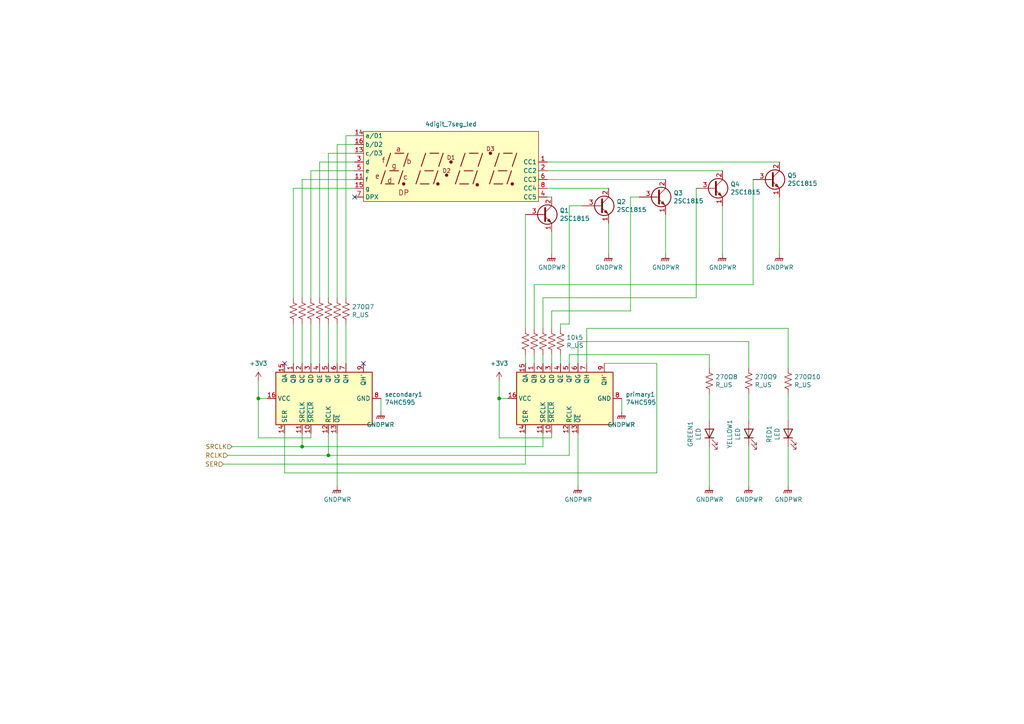
<source format=kicad_sch>
(kicad_sch (version 20231120) (generator "eeschema") (generator_version "8.0")
  (paper "A4")
  (lib_symbols
    (symbol "74xx:74HC595"
      (property "Reference" "U" (at -7.62 13.97 0))
      (property "Value" "74HC595" (at -7.62 -16.51 0))
      (symbol "74HC595_1_0"
        (pin tri_state line (at 10.16 7.62 180) (length 2.54) (name "QB") (number "1"))
        (pin input line (at -10.16 2.54 0) (length 2.54) (name "~{SRCLR}") (number "10"))
        (pin input line (at -10.16 5.08 0) (length 2.54) (name "SRCLK") (number "11"))
        (pin input line (at -10.16 -2.54 0) (length 2.54) (name "RCLK") (number "12"))
        (pin input line (at -10.16 -5.08 0) (length 2.54) (name "~{OE}") (number "13"))
        (pin input line (at -10.16 10.16 0) (length 2.54) (name "SER") (number "14"))
        (pin tri_state line (at 10.16 10.16 180) (length 2.54) (name "QA") (number "15"))
        (pin power_in line (at 0 15.24 270) (length 2.54) (name "VCC") (number "16"))
        (pin tri_state line (at 10.16 5.08 180) (length 2.54) (name "QC") (number "2"))
        (pin tri_state line (at 10.16 2.54 180) (length 2.54) (name "QD") (number "3"))
        (pin tri_state line (at 10.16 0 180) (length 2.54) (name "QE") (number "4"))
        (pin tri_state line (at 10.16 -2.54 180) (length 2.54) (name "QF") (number "5"))
        (pin tri_state line (at 10.16 -5.08 180) (length 2.54) (name "QG") (number "6"))
        (pin tri_state line (at 10.16 -7.62 180) (length 2.54) (name "QH") (number "7"))
        (pin power_in line (at 0 -17.78 90) (length 2.54) (name "GND") (number "8"))
        (pin output line (at 10.16 -12.7 180) (length 2.54) (name "QH'") (number "9"))
      )
      (symbol "74HC595_1_1"
        (rectangle (start -7.62 12.7) (end 7.62 -15.24) (stroke (width 0.254)) (fill (type background)))
      )
    )
    (symbol "Device:LED" (pin_numbers hide) (pin_names (offset 1.016) hide)
      (property "Reference" "D" (at 0 2.54 0))
      (property "Value" "LED" (at 0 -2.54 0))
      (symbol "LED_0_1"
        (polyline (pts (xy -1.27 -1.27) (xy -1.27 1.27)) (stroke (width 0.254)))
        (polyline (pts (xy -1.27 0) (xy 1.27 0)))
        (polyline (pts (xy 1.27 -1.27) (xy 1.27 1.27) (xy -1.27 0) (xy 1.27 -1.27)) (stroke (width 0.254)))
        (polyline (pts (xy -3.048 -0.762) (xy -4.572 -2.286) (xy -3.81 -2.286) (xy -4.572 -2.286) (xy -4.572 -1.524)))
        (polyline (pts (xy -1.778 -0.762) (xy -3.302 -2.286) (xy -2.54 -2.286) (xy -3.302 -2.286) (xy -3.302 -1.524)))
      )
      (symbol "LED_1_1"
        (pin passive line (at -3.81 0 0) (length 2.54) (name "K") (number "1"))
        (pin passive line (at 3.81 0 180) (length 2.54) (name "A") (number "2"))
      )
    )
    (symbol "Device:R_US" (pin_numbers hide) (pin_names (offset 0))
      (property "Reference" "R" (at 2.54 0 90))
      (property "Value" "R_US" (at -2.54 0 90))
      (symbol "R_US_0_1"
        (polyline (pts (xy 0 -2.286) (xy 0 -2.54)))
        (polyline (pts (xy 0 2.286) (xy 0 2.54)))
        (polyline (pts (xy 0 -0.762) (xy 1.016 -1.143) (xy 0 -1.524) (xy -1.016 -1.905) (xy 0 -2.286)))
        (polyline (pts (xy 0 0.762) (xy 1.016 0.381) (xy 0 0) (xy -1.016 -0.381) (xy 0 -0.762)))
        (polyline (pts (xy 0 2.286) (xy 1.016 1.905) (xy 0 1.524) (xy -1.016 1.143) (xy 0 0.762)))
      )
      (symbol "R_US_1_1"
        (pin passive line (at 0 3.81 270) (length 1.27) (name "~") (number "1"))
        (pin passive line (at 0 -3.81 90) (length 1.27) (name "~") (number "2"))
      )
    )
    (symbol "Transistor_BJT:2SC1815" (pin_names (offset 0) hide)
      (property "Reference" "Q" (at 5.08 1.905 0))
      (property "Value" "2SC1815" (at 5.08 0 0))
      (symbol "2SC1815_0_1"
        (polyline (pts (xy 0 0) (xy 0.508 0)))
        (polyline (pts (xy 0.635 0.635) (xy 2.54 2.54)))
        (polyline (pts (xy 0.635 -0.635) (xy 2.54 -2.54) (xy 2.54 -2.54)))
        (polyline (pts (xy 0.635 1.905) (xy 0.635 -1.905) (xy 0.635 -1.905)) (stroke (width 0.508)))
        (polyline (pts (xy 1.27 -1.778) (xy 1.778 -1.27) (xy 2.286 -2.286) (xy 1.27 -1.778) (xy 1.27 -1.778)) (fill (type outline)))
        (circle (center 1.27 0) (radius 2.8194) (stroke (width 0.254)))
      )
      (symbol "2SC1815_1_1"
        (pin passive line (at 2.54 -5.08 90) (length 2.54) (name "E") (number "1"))
        (pin passive line (at 2.54 5.08 270) (length 2.54) (name "C") (number "2"))
        (pin input line (at -5.08 0 0) (length 5.08) (name "B") (number "3"))
      )
    )
    (symbol "control-rescue:+3.3V-power" (power) (pin_names (offset 0))
      (property "Value" "+3.3V-power" (at 0 3.556 0))
      (symbol "+3.3V-power_0_1"
        (polyline (pts (xy -0.762 1.27) (xy 0 2.54)))
        (polyline (pts (xy 0 0) (xy 0 2.54)))
        (polyline (pts (xy 0 2.54) (xy 0.762 1.27)))
      )
      (symbol "+3.3V-power_1_1"
        (pin power_in line (at 0 0 90) (length 0) hide (name "+3V3") (number "1"))
      )
    )
    (symbol "control-rescue:4digit_7seg_led-Display_Character"
      (property "Reference" "U" (at -24.13 12.7 0))
      (property "Value" "Display_Character_4digit_7seg_led" (at 17.78 12.7 0))
      (symbol "4digit_7seg_led-Display_Character_0_0"
        (polyline (pts (xy -20.32 -3.81) (xy -19.05 0)) (stroke (width 0.254)))
        (polyline (pts (xy -19.05 -3.81) (xy -16.51 -3.81)) (stroke (width 0.254)))
        (polyline (pts (xy -18.796 1.27) (xy -17.526 5.08)) (stroke (width 0.254)))
        (polyline (pts (xy -17.78 0) (xy -15.24 0)) (stroke (width 0.254)))
        (polyline (pts (xy -16.256 5.08) (xy -13.716 5.08)) (stroke (width 0.254)))
        (polyline (pts (xy -15.24 -3.81) (xy -13.97 0)) (stroke (width 0.254)))
        (polyline (pts (xy -13.716 1.27) (xy -12.446 5.08)) (stroke (width 0.254)))
        (polyline (pts (xy -10.16 -3.81) (xy -8.89 0)) (stroke (width 0.254)))
        (polyline (pts (xy -8.89 -3.81) (xy -6.35 -3.81)) (stroke (width 0.254)))
        (polyline (pts (xy -8.636 1.27) (xy -7.366 5.08)) (stroke (width 0.254)))
        (polyline (pts (xy -7.62 0) (xy -5.08 0)) (stroke (width 0.254)))
        (polyline (pts (xy -6.096 5.08) (xy -3.556 5.08)) (stroke (width 0.254)))
        (polyline (pts (xy -5.08 -3.81) (xy -3.81 0)) (stroke (width 0.254)))
        (polyline (pts (xy -3.556 1.27) (xy -2.286 5.08)) (stroke (width 0.254)))
        (polyline (pts (xy 1.27 -3.81) (xy 2.54 0)) (stroke (width 0.254)))
        (polyline (pts (xy 2.54 -3.81) (xy 5.08 -3.81)) (stroke (width 0.254)))
        (polyline (pts (xy 2.794 1.27) (xy 4.064 5.08)) (stroke (width 0.254)))
        (polyline (pts (xy 3.81 0) (xy 6.35 0)) (stroke (width 0.254)))
        (polyline (pts (xy 5.334 5.08) (xy 7.874 5.08)) (stroke (width 0.254)))
        (polyline (pts (xy 6.35 -3.81) (xy 7.62 0)) (stroke (width 0.254)))
        (polyline (pts (xy 7.874 1.27) (xy 9.144 5.08)) (stroke (width 0.254)))
        (polyline (pts (xy 11.176 -3.81) (xy 12.446 0)) (stroke (width 0.254)))
        (polyline (pts (xy 12.446 -3.81) (xy 14.986 -3.81)) (stroke (width 0.254)))
        (polyline (pts (xy 12.7 1.27) (xy 13.97 5.08)) (stroke (width 0.254)))
        (polyline (pts (xy 13.716 0) (xy 16.256 0)) (stroke (width 0.254)))
        (polyline (pts (xy 15.24 5.08) (xy 17.78 5.08)) (stroke (width 0.254)))
        (polyline (pts (xy 16.256 -3.81) (xy 17.526 0)) (stroke (width 0.254)))
        (polyline (pts (xy 17.78 1.27) (xy 19.05 5.08)) (stroke (width 0.254)))
        (text "a" (at -15.24 6.35 0) (effects (font (size 1.524 1.524))))
        (text "b" (at -12.192 2.794 0) (effects (font (size 1.524 1.524))))
        (text "c" (at -13.208 -1.778 0) (effects (font (size 1.524 1.524))))
        (text "d" (at -17.78 -2.794 0) (effects (font (size 1.524 1.524))))
        (text "D1" (at 0 3.81 0) (effects (font (size 1.1938 1.1938))))
        (text "D2" (at -1.27 0 0) (effects (font (size 1.1938 1.1938))))
        (text "DP" (at -13.716 -6.35 0) (effects (font (size 1.524 1.524))))
        (text "e" (at -21.336 -1.524 0) (effects (font (size 1.524 1.524))))
        (text "f" (at -19.558 3.048 0) (effects (font (size 1.524 1.524))))
        (text "g" (at -16.51 1.524 0) (effects (font (size 1.524 1.524))))
      )
      (symbol "4digit_7seg_led-Display_Character_0_1"
        (circle (center -13.716 -3.81) (radius 0.3556) (stroke (width 0.254)) (fill (type outline)))
        (circle (center -3.81 -3.81) (radius 0.3556) (stroke (width 0.254)) (fill (type outline)))
      )
      (symbol "4digit_7seg_led-Display_Character_1_0"
        (circle (center 7.62 -4.064) (radius 0.3556) (stroke (width 0.254)) (fill (type outline)))
        (circle (center 17.78 -3.81) (radius 0.3556) (stroke (width 0.254)) (fill (type outline)))
      )
      (symbol "4digit_7seg_led-Display_Character_1_1"
        (rectangle (start -25.4 11.43) (end 25.4 -8.89) (fill (type background)))
        (circle (center -1.27 -1.27) (radius 0.3556) (stroke (width 0.254)) (fill (type outline)))
        (circle (center 0 2.54) (radius 0.3556) (stroke (width 0.254)) (fill (type outline)))
        (circle (center 11.43 5.08) (radius 0.3556) (stroke (width 0.254)) (fill (type outline)))
        (text "D3" (at 11.43 6.35 0) (effects (font (size 1.1938 1.1938))))
        (pin input line (at 27.94 2.54 180) (length 2.54) (name "CC1") (number "1"))
        (pin input line (at -27.94 -2.54 0) (length 2.54) (name "f") (number "11"))
        (pin input line (at -27.94 5.08 0) (length 2.54) (name "c/D3") (number "13"))
        (pin input line (at -27.94 10.16 0) (length 2.54) (name "a/D1") (number "14"))
        (pin input line (at -27.94 -5.08 0) (length 2.54) (name "g") (number "15"))
        (pin input line (at -27.94 7.62 0) (length 2.54) (name "b/D2") (number "16"))
        (pin input line (at 27.94 0 180) (length 2.54) (name "CC2") (number "2"))
        (pin input line (at -27.94 2.54 0) (length 2.54) (name "d") (number "3"))
        (pin input line (at 27.94 -7.62 180) (length 2.54) (name "CC5") (number "4"))
        (pin input line (at -27.94 0 0) (length 2.54) (name "e") (number "5"))
        (pin input line (at 27.94 -2.54 180) (length 2.54) (name "CC3") (number "6"))
        (pin input line (at -27.94 -7.62 0) (length 2.54) (name "DPX") (number "7"))
        (pin input line (at 27.94 -5.08 180) (length 2.54) (name "CC4") (number "8"))
      )
    )
    (symbol "power:GNDPWR" (power) (pin_names (offset 0))
      (property "Value" "GNDPWR" (at 0 -3.302 0))
      (symbol "GNDPWR_0_1"
        (polyline (pts (xy 0 -1.27) (xy 0 0)))
        (polyline (pts (xy -1.016 -1.27) (xy -1.27 -2.032) (xy -1.27 -2.032)) (stroke (width 0.2032)))
        (polyline (pts (xy -0.508 -1.27) (xy -0.762 -2.032) (xy -0.762 -2.032)) (stroke (width 0.2032)))
        (polyline (pts (xy 0 -1.27) (xy -0.254 -2.032) (xy -0.254 -2.032)) (stroke (width 0.2032)))
        (polyline (pts (xy 0.508 -1.27) (xy 0.254 -2.032) (xy 0.254 -2.032)) (stroke (width 0.2032)))
        (polyline (pts (xy 1.016 -1.27) (xy -1.016 -1.27) (xy -1.016 -1.27)) (stroke (width 0.2032)))
        (polyline (pts (xy 1.016 -1.27) (xy 0.762 -2.032) (xy 0.762 -2.032) (xy 0.762 -2.032)) (stroke (width 0.2032)))
      )
      (symbol "GNDPWR_1_1"
        (pin power_in line (at 0 0 270) (length 0) hide (name "GNDPWR") (number "1"))
      )
    )
  )
  (junction (at 144.78 115.57))
  (junction (at 95.25 132.08))
  (junction (at 87.63 129.54))
  (junction (at 74.93 115.57))
  (no_connect (at 105.41 105.41))
  (no_connect (at 82.55 105.41))
  (no_connect (at 102.87 57.15))
  (wire (pts (xy 175.26 105.41) (xy 190.5 105.41)))
  (wire (pts (xy 154.94 102.87) (xy 154.94 105.41)))
  (wire (pts (xy 158.75 54.61) (xy 176.53 54.61)))
  (wire (pts (xy 87.63 52.07) (xy 102.87 52.07)))
  (wire (pts (xy 90.17 127) (xy 74.93 127)))
  (wire (pts (xy 110.49 115.57) (xy 110.49 119.38)))
  (wire (pts (xy 90.17 49.53) (xy 102.87 49.53)))
  (wire (pts (xy 97.79 125.73) (xy 97.79 140.97)))
  (wire (pts (xy 147.32 115.57) (xy 144.78 115.57)))
  (wire (pts (xy 170.18 95.25) (xy 228.6 95.25)))
  (wire (pts (xy 67.31 129.54) (xy 87.63 129.54)))
  (wire (pts (xy 82.55 137.16) (xy 82.55 125.73)))
  (wire (pts (xy 154.94 82.55) (xy 154.94 95.25)))
  (wire (pts (xy 228.6 95.25) (xy 228.6 106.68)))
  (wire (pts (xy 165.1 105.41) (xy 165.1 102.87)))
  (wire (pts (xy 85.09 54.61) (xy 102.87 54.61)))
  (wire (pts (xy 157.48 129.54) (xy 157.48 125.73)))
  (wire (pts (xy 217.17 99.06) (xy 217.17 106.68)))
  (wire (pts (xy 170.18 95.25) (xy 170.18 105.41)))
  (wire (pts (xy 90.17 93.98) (xy 90.17 105.41)))
  (wire (pts (xy 167.64 105.41) (xy 167.64 99.06)))
  (wire (pts (xy 165.1 93.98) (xy 162.56 93.98)))
  (wire (pts (xy 182.88 90.17) (xy 182.88 57.15)))
  (wire (pts (xy 82.55 137.16) (xy 190.5 137.16)))
  (wire (pts (xy 218.44 82.55) (xy 218.44 52.07)))
  (wire (pts (xy 160.02 127) (xy 144.78 127)))
  (wire (pts (xy 87.63 129.54) (xy 87.63 125.73)))
  (wire (pts (xy 165.1 132.08) (xy 165.1 125.73)))
  (wire (pts (xy 100.33 93.98) (xy 100.33 105.41)))
  (wire (pts (xy 100.33 39.37) (xy 102.87 39.37)))
  (wire (pts (xy 87.63 129.54) (xy 157.48 129.54)))
  (wire (pts (xy 154.94 82.55) (xy 218.44 82.55)))
  (wire (pts (xy 90.17 86.36) (xy 90.17 49.53)))
  (wire (pts (xy 97.79 93.98) (xy 97.79 105.41)))
  (wire (pts (xy 160.02 90.17) (xy 182.88 90.17)))
  (wire (pts (xy 190.5 105.41) (xy 190.5 137.16)))
  (wire (pts (xy 95.25 44.45) (xy 102.87 44.45)))
  (wire (pts (xy 152.4 134.62) (xy 152.4 125.73)))
  (wire (pts (xy 90.17 125.73) (xy 90.17 127)))
  (wire (pts (xy 228.6 129.54) (xy 228.6 140.97)))
  (wire (pts (xy 85.09 93.98) (xy 85.09 105.41)))
  (wire (pts (xy 228.6 114.3) (xy 228.6 121.92)))
  (wire (pts (xy 185.42 57.15) (xy 182.88 57.15)))
  (wire (pts (xy 226.06 57.15) (xy 226.06 73.66)))
  (wire (pts (xy 201.93 86.36) (xy 201.93 54.61)))
  (wire (pts (xy 100.33 39.37) (xy 100.33 86.36)))
  (wire (pts (xy 74.93 110.49) (xy 74.93 115.57)))
  (wire (pts (xy 205.74 114.3) (xy 205.74 121.92)))
  (wire (pts (xy 180.34 115.57) (xy 180.34 119.38)))
  (wire (pts (xy 87.63 93.98) (xy 87.63 105.41)))
  (wire (pts (xy 92.71 46.99) (xy 92.71 86.36)))
  (wire (pts (xy 152.4 102.87) (xy 152.4 105.41)))
  (wire (pts (xy 209.55 59.69) (xy 209.55 73.66)))
  (wire (pts (xy 162.56 95.25) (xy 162.56 93.98)))
  (wire (pts (xy 167.64 125.73) (xy 167.64 140.97)))
  (wire (pts (xy 158.75 46.99) (xy 226.06 46.99)))
  (wire (pts (xy 165.1 102.87) (xy 205.74 102.87)))
  (wire (pts (xy 160.02 125.73) (xy 160.02 127)))
  (wire (pts (xy 205.74 129.54) (xy 205.74 140.97)))
  (wire (pts (xy 160.02 90.17) (xy 160.02 95.25)))
  (wire (pts (xy 205.74 102.87) (xy 205.74 106.68)))
  (wire (pts (xy 97.79 41.91) (xy 102.87 41.91)))
  (wire (pts (xy 144.78 115.57) (xy 144.78 110.49)))
  (wire (pts (xy 152.4 95.25) (xy 152.4 62.23)))
  (wire (pts (xy 95.25 86.36) (xy 95.25 44.45)))
  (wire (pts (xy 85.09 54.61) (xy 85.09 86.36)))
  (wire (pts (xy 167.64 99.06) (xy 217.17 99.06)))
  (wire (pts (xy 144.78 127) (xy 144.78 115.57)))
  (wire (pts (xy 160.02 105.41) (xy 160.02 102.87)))
  (wire (pts (xy 217.17 129.54) (xy 217.17 140.97)))
  (wire (pts (xy 87.63 52.07) (xy 87.63 86.36)))
  (wire (pts (xy 168.91 59.69) (xy 165.1 59.69)))
  (wire (pts (xy 95.25 132.08) (xy 165.1 132.08)))
  (wire (pts (xy 95.25 93.98) (xy 95.25 105.41)))
  (wire (pts (xy 176.53 64.77) (xy 176.53 73.66)))
  (wire (pts (xy 160.02 67.31) (xy 160.02 73.66)))
  (wire (pts (xy 92.71 46.99) (xy 102.87 46.99)))
  (wire (pts (xy 217.17 114.3) (xy 217.17 121.92)))
  (wire (pts (xy 77.47 115.57) (xy 74.93 115.57)))
  (wire (pts (xy 97.79 41.91) (xy 97.79 86.36)))
  (wire (pts (xy 165.1 59.69) (xy 165.1 93.98)))
  (wire (pts (xy 157.48 95.25) (xy 157.48 86.36)))
  (wire (pts (xy 92.71 93.98) (xy 92.71 105.41)))
  (wire (pts (xy 157.48 102.87) (xy 157.48 105.41)))
  (wire (pts (xy 158.75 49.53) (xy 209.55 49.53)))
  (wire (pts (xy 74.93 115.57) (xy 74.93 127)))
  (wire (pts (xy 157.48 86.36) (xy 201.93 86.36)))
  (wire (pts (xy 193.04 62.23) (xy 193.04 73.66)))
  (wire (pts (xy 158.75 52.07) (xy 193.04 52.07)))
  (wire (pts (xy 95.25 132.08) (xy 95.25 125.73)))
  (wire (pts (xy 158.75 57.15) (xy 160.02 57.15)))
  (wire (pts (xy 66.04 132.08) (xy 95.25 132.08)))
  (wire (pts (xy 64.77 134.62) (xy 152.4 134.62)))
  (wire (pts (xy 162.56 102.87) (xy 162.56 105.41)))
  (hierarchical_label "SRCLK" (shape input) (at 67.31 129.54 180))
  (hierarchical_label "RCLK" (shape input) (at 66.04 132.08 180))
  (hierarchical_label "SER" (shape input) (at 64.77 134.62 180))
  (symbol (lib_id "Device:R_US") (at 154.94 99.06 0) (unit 1)
    (property "Reference" "10k2" (effects (hide yes)))
    (property "Value" "R_US" (effects (hide yes)))
    (property "Footprint" "Resistor_THT:R_Axial_DIN0207_L6.3mm_D2.5mm_P10.16mm_Horizontal" (effects (hide yes)))
  )
  (symbol (lib_id "Transistor_BJT:2SC1815") (at 173.99 59.69 0) (unit 1)
    (property "Reference" "Q2" (at 178.816 58.5216 0) (effects (justify left)))
    (property "Value" "2SC1815" (at 178.816 60.833 0) (effects (justify left)))
    (property "Footprint" "Package_TO_SOT_THT:TO-92_Inline_Wide" (effects (hide yes)))
    (property "Datasheet" "https://media.digikey.com/pdf/Data%20Sheets/Toshiba%20PDFs/2SC1815.pdf" (effects (hide yes)))
  )
  (symbol (lib_id "power:GNDPWR") (at 217.17 140.97 0) (unit 1)
    (property "Reference" "#PWR016" (effects (hide yes)))
    (property "Value" "GNDPWR" (at 217.2716 144.8816 0))
  )
  (symbol (lib_id "power:GNDPWR") (at 209.55 73.66 0) (unit 1)
    (property "Reference" "#PWR015" (effects (hide yes)))
    (property "Value" "GNDPWR" (at 209.6516 77.5716 0))
  )
  (symbol (lib_id "Transistor_BJT:2SC1815") (at 223.52 52.07 0) (unit 1)
    (property "Reference" "Q5" (at 228.346 50.9016 0) (effects (justify left)))
    (property "Value" "2SC1815" (at 228.346 53.213 0) (effects (justify left)))
    (property "Footprint" "Package_TO_SOT_THT:TO-92_Inline_Wide" (effects (hide yes)))
    (property "Datasheet" "https://media.digikey.com/pdf/Data%20Sheets/Toshiba%20PDFs/2SC1815.pdf" (effects (hide yes)))
  )
  (symbol (lib_id "power:GNDPWR") (at 110.49 119.38 0) (unit 1)
    (property "Reference" "#PWR07" (effects (hide yes)))
    (property "Value" "GNDPWR" (at 110.363 123.19 0))
  )
  (symbol (lib_id "74xx:74HC595") (at 162.56 115.57 90) (unit 1)
    (property "Reference" "primary1" (at 181.4576 114.4016 90) (effects (justify right)))
    (property "Value" "74HC595" (at 181.4576 116.713 90) (effects (justify right)))
    (property "Footprint" "Package_DIP:DIP-16_W7.62mm_Socket" (effects (hide yes)))
    (property "Datasheet" "http://www.ti.com/lit/ds/symlink/sn74hc595.pdf" (effects (hide yes)))
  )
  (symbol (lib_id "Device:R_US") (at 157.48 99.06 0) (unit 1)
    (property "Reference" "10k3" (effects (hide yes)))
    (property "Value" "R_US" (effects (hide yes)))
    (property "Footprint" "Resistor_THT:R_Axial_DIN0207_L6.3mm_D2.5mm_P10.16mm_Horizontal" (effects (hide yes)))
  )
  (symbol (lib_id "Device:R_US") (at 160.02 99.06 0) (unit 1)
    (property "Reference" "10k4" (effects (hide yes)))
    (property "Value" "R_US" (effects (hide yes)))
    (property "Footprint" "Resistor_THT:R_Axial_DIN0207_L6.3mm_D2.5mm_P10.16mm_Horizontal" (effects (hide yes)))
  )
  (symbol (lib_id "power:GNDPWR") (at 167.64 140.97 0) (unit 1)
    (property "Reference" "#PWR010" (effects (hide yes)))
    (property "Value" "GNDPWR" (at 167.7416 144.8816 0))
  )
  (symbol (lib_id "power:GNDPWR") (at 176.53 73.66 0) (unit 1)
    (property "Reference" "#PWR011" (effects (hide yes)))
    (property "Value" "GNDPWR" (at 176.6316 77.5716 0))
  )
  (symbol (lib_id "power:GNDPWR") (at 193.04 73.66 0) (unit 1)
    (property "Reference" "#PWR013" (effects (hide yes)))
    (property "Value" "GNDPWR" (at 193.1416 77.5716 0))
  )
  (symbol (lib_id "power:GNDPWR") (at 228.6 140.97 0) (unit 1)
    (property "Reference" "#PWR018" (effects (hide yes)))
    (property "Value" "GNDPWR" (at 228.7016 144.8816 0))
  )
  (symbol (lib_id "74xx:74HC595") (at 92.71 115.57 90) (unit 1)
    (property "Reference" "secondary1" (at 111.6076 114.4016 90) (effects (justify right)))
    (property "Value" "74HC595" (at 111.6076 116.713 90) (effects (justify right)))
    (property "Footprint" "Package_DIP:DIP-16_W7.62mm_Socket" (effects (hide yes)))
    (property "Datasheet" "http://www.ti.com/lit/ds/symlink/sn74hc595.pdf" (effects (hide yes)))
  )
  (symbol (lib_id "Device:LED") (at 217.17 125.73 90) (unit 1)
    (property "Reference" "YELLOW1" (at 211.6582 125.9078 0))
    (property "Value" "LED" (at 213.9696 125.9078 0))
    (property "Footprint" "LED_THT:LED_D1.8mm_W1.8mm_H2.4mm_Horizontal_O1.27mm_Z1.6mm" (effects (hide yes)))
  )
  (symbol (lib_id "Device:R_US") (at 90.17 90.17 0) (unit 1)
    (property "Reference" "270Ω3" (effects (hide yes)))
    (property "Value" "R_US" (effects (hide yes)))
    (property "Footprint" "Resistor_THT:R_Axial_DIN0207_L6.3mm_D2.5mm_P10.16mm_Horizontal" (effects (hide yes)))
  )
  (symbol (lib_id "control-rescue:+3.3V-power") (at 144.78 110.49 0) (unit 1)
    (property "Reference" "#PWR08" (effects (hide yes)))
    (property "Value" "+3V3" (at 144.78 105.41 0))
  )
  (symbol (lib_id "Device:R_US") (at 162.56 99.06 0) (unit 1)
    (property "Reference" "10k5" (at 164.2872 97.8916 0) (effects (justify left)))
    (property "Value" "R_US" (at 164.2872 100.203 0) (effects (justify left)))
    (property "Footprint" "Resistor_THT:R_Axial_DIN0207_L6.3mm_D2.5mm_P10.16mm_Horizontal" (effects (hide yes)))
  )
  (symbol (lib_id "power:GNDPWR") (at 180.34 119.38 0) (unit 1)
    (property "Reference" "#PWR012" (effects (hide yes)))
    (property "Value" "GNDPWR" (at 180.213 123.19 0))
  )
  (symbol (lib_id "Device:R_US") (at 152.4 99.06 0) (unit 1)
    (property "Reference" "10k1" (effects (hide yes)))
    (property "Value" "R_US" (effects (hide yes)))
    (property "Footprint" "Resistor_THT:R_Axial_DIN0207_L6.3mm_D2.5mm_P10.16mm_Horizontal" (effects (hide yes)))
  )
  (symbol (lib_id "Transistor_BJT:2SC1815") (at 207.01 54.61 0) (unit 1)
    (property "Reference" "Q4" (at 211.836 53.4416 0) (effects (justify left)))
    (property "Value" "2SC1815" (at 211.836 55.753 0) (effects (justify left)))
    (property "Footprint" "Package_TO_SOT_THT:TO-92_Inline_Wide" (effects (hide yes)))
    (property "Datasheet" "https://media.digikey.com/pdf/Data%20Sheets/Toshiba%20PDFs/2SC1815.pdf" (effects (hide yes)))
  )
  (symbol (lib_id "Device:R_US") (at 85.09 90.17 0) (unit 1)
    (property "Reference" "270Ω1" (effects (hide yes)))
    (property "Value" "R_US" (effects (hide yes)))
    (property "Footprint" "Resistor_THT:R_Axial_DIN0207_L6.3mm_D2.5mm_P10.16mm_Horizontal" (effects (hide yes)))
  )
  (symbol (lib_id "Device:R_US") (at 95.25 90.17 0) (unit 1)
    (property "Reference" "270Ω5" (effects (hide yes)))
    (property "Value" "R_US" (effects (hide yes)))
    (property "Footprint" "Resistor_THT:R_Axial_DIN0207_L6.3mm_D2.5mm_P10.16mm_Horizontal" (effects (hide yes)))
  )
  (symbol (lib_id "Device:R_US") (at 217.17 110.49 0) (unit 1)
    (property "Reference" "270Ω9" (at 218.8972 109.3216 0) (effects (justify left)))
    (property "Value" "R_US" (at 218.8972 111.633 0) (effects (justify left)))
    (property "Footprint" "Resistor_THT:R_Axial_DIN0207_L6.3mm_D2.5mm_P10.16mm_Horizontal" (effects (hide yes)))
  )
  (symbol (lib_id "Device:R_US") (at 97.79 90.17 0) (unit 1)
    (property "Reference" "270Ω6" (effects (hide yes)))
    (property "Value" "R_US" (effects (hide yes)))
    (property "Footprint" "Resistor_THT:R_Axial_DIN0207_L6.3mm_D2.5mm_P10.16mm_Horizontal" (effects (hide yes)))
  )
  (symbol (lib_id "control-rescue:4digit_7seg_led-Display_Character") (at 130.81 49.53 0) (unit 1)
    (property "Reference" "U2" (effects (hide yes)))
    (property "Value" "4digit_7seg_led" (at 130.81 35.9918 0))
    (property "Footprint" "MyPartsLibrary:OSL_40391_LRA" (effects (hide yes)))
    (property "Datasheet" "http://www.kingbright.com/attachments/file/psearch/000/00/00/CA56-12SURKWA(Ver.8A).pdf" (effects (hide yes)))
  )
  (symbol (lib_id "power:GNDPWR") (at 226.06 73.66 0) (unit 1)
    (property "Reference" "#PWR017" (effects (hide yes)))
    (property "Value" "GNDPWR" (at 226.1616 77.5716 0))
  )
  (symbol (lib_id "Transistor_BJT:2SC1815") (at 157.48 62.23 0) (unit 1)
    (property "Reference" "Q1" (at 162.306 61.0616 0) (effects (justify left)))
    (property "Value" "2SC1815" (at 162.306 63.373 0) (effects (justify left)))
    (property "Footprint" "Package_TO_SOT_THT:TO-92_Inline_Wide" (effects (hide yes)))
    (property "Datasheet" "https://media.digikey.com/pdf/Data%20Sheets/Toshiba%20PDFs/2SC1815.pdf" (effects (hide yes)))
  )
  (symbol (lib_id "Device:R_US") (at 228.6 110.49 0) (unit 1)
    (property "Reference" "270Ω10" (at 230.3272 109.3216 0) (effects (justify left)))
    (property "Value" "R_US" (at 230.3272 111.633 0) (effects (justify left)))
    (property "Footprint" "Resistor_THT:R_Axial_DIN0207_L6.3mm_D2.5mm_P10.16mm_Horizontal" (effects (hide yes)))
  )
  (symbol (lib_id "control-rescue:+3.3V-power") (at 74.93 110.49 0) (unit 1)
    (property "Reference" "#PWR05" (effects (hide yes)))
    (property "Value" "+3V3" (at 74.93 105.41 0))
  )
  (symbol (lib_id "Device:LED") (at 228.6 125.73 90) (unit 1)
    (property "Reference" "RED1" (at 223.0882 125.9078 0))
    (property "Value" "LED" (at 225.3996 125.9078 0))
    (property "Footprint" "LED_THT:LED_D1.8mm_W1.8mm_H2.4mm_Horizontal_O1.27mm_Z1.6mm" (effects (hide yes)))
  )
  (symbol (lib_id "Device:R_US") (at 100.33 90.17 0) (unit 1)
    (property "Reference" "270Ω7" (at 102.0572 89.0016 0) (effects (justify left)))
    (property "Value" "R_US" (at 102.0572 91.313 0) (effects (justify left)))
    (property "Footprint" "Resistor_THT:R_Axial_DIN0207_L6.3mm_D2.5mm_P10.16mm_Horizontal" (effects (hide yes)))
  )
  (symbol (lib_id "Transistor_BJT:2SC1815") (at 190.5 57.15 0) (unit 1)
    (property "Reference" "Q3" (at 195.326 55.9816 0) (effects (justify left)))
    (property "Value" "2SC1815" (at 195.326 58.293 0) (effects (justify left)))
    (property "Footprint" "Package_TO_SOT_THT:TO-92_Inline_Wide" (effects (hide yes)))
    (property "Datasheet" "https://media.digikey.com/pdf/Data%20Sheets/Toshiba%20PDFs/2SC1815.pdf" (effects (hide yes)))
  )
  (symbol (lib_id "Device:R_US") (at 87.63 90.17 0) (unit 1)
    (property "Reference" "270Ω2" (effects (hide yes)))
    (property "Value" "R_US" (effects (hide yes)))
    (property "Footprint" "Resistor_THT:R_Axial_DIN0207_L6.3mm_D2.5mm_P10.16mm_Horizontal" (effects (hide yes)))
  )
  (symbol (lib_id "Device:R_US") (at 205.74 110.49 0) (unit 1)
    (property "Reference" "270Ω8" (at 207.4672 109.3216 0) (effects (justify left)))
    (property "Value" "R_US" (at 207.4672 111.633 0) (effects (justify left)))
    (property "Footprint" "Resistor_THT:R_Axial_DIN0207_L6.3mm_D2.5mm_P10.16mm_Horizontal" (effects (hide yes)))
  )
  (symbol (lib_id "power:GNDPWR") (at 160.02 73.66 0) (unit 1)
    (property "Reference" "#PWR09" (effects (hide yes)))
    (property "Value" "GNDPWR" (at 160.1216 77.5716 0))
  )
  (symbol (lib_id "Device:LED") (at 205.74 125.73 90) (unit 1)
    (property "Reference" "GREEN1" (at 200.2282 125.9078 0))
    (property "Value" "LED" (at 202.5396 125.9078 0))
    (property "Footprint" "LED_THT:LED_D1.8mm_W1.8mm_H2.4mm_Horizontal_O1.27mm_Z1.6mm" (effects (hide yes)))
  )
  (symbol (lib_id "power:GNDPWR") (at 97.79 140.97 0) (unit 1)
    (property "Reference" "#PWR06" (effects (hide yes)))
    (property "Value" "GNDPWR" (at 97.8916 144.8816 0))
  )
  (symbol (lib_id "Device:R_US") (at 92.71 90.17 0) (unit 1)
    (property "Reference" "270Ω4" (effects (hide yes)))
    (property "Value" "R_US" (effects (hide yes)))
    (property "Footprint" "Resistor_THT:R_Axial_DIN0207_L6.3mm_D2.5mm_P10.16mm_Horizontal" (effects (hide yes)))
  )
  (symbol (lib_id "power:GNDPWR") (at 205.74 140.97 0) (unit 1)
    (property "Reference" "#PWR014" (effects (hide yes)))
    (property "Value" "GNDPWR" (at 205.8416 144.8816 0))
  )
)
</source>
